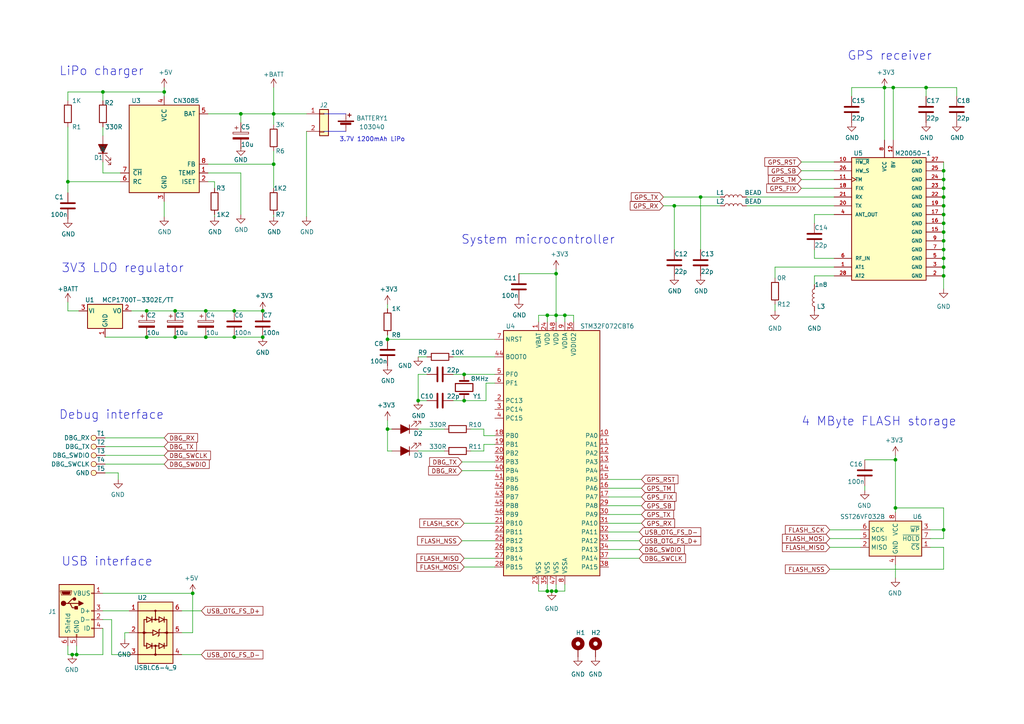
<source format=kicad_sch>
(kicad_sch (version 20230121) (generator eeschema)
  (paper "A4")
  (title_block (title "GPSRecorder") (date "2023-11-29") (rev "A") (company "SDL"))
  (junction (at 76.2 97.79))
  (junction (at 273.685 52.07))
  (junction (at 20.955 189.865))
  (junction (at 55.88 172.085))
  (junction (at 273.685 62.23))
  (junction (at 50.8 90.17))
  (junction (at 79.375 33.02))
  (junction (at 158.75 91.44))
  (junction (at 273.685 57.15))
  (junction (at 268.605 25.4))
  (junction (at 273.685 54.61))
  (junction (at 22.225 189.865))
  (junction (at 79.375 47.625))
  (junction (at 158.75 171.45))
  (junction (at 273.685 69.85))
  (junction (at 69.85 33.02))
  (junction (at 273.685 67.31))
  (junction (at 203.2 57.15))
  (junction (at 67.945 90.17))
  (junction (at 42.545 97.79))
  (junction (at 273.685 59.69))
  (junction (at 273.685 153.67))
  (junction (at 50.8 97.79))
  (junction (at 134.62 108.585))
  (junction (at 59.69 90.17))
  (junction (at 29.845 26.67))
  (junction (at 42.545 90.17))
  (junction (at 273.685 64.77))
  (junction (at 67.945 97.79))
  (junction (at 273.685 72.39))
  (junction (at 273.685 80.01))
  (junction (at 163.83 91.44))
  (junction (at 59.69 97.79))
  (junction (at 161.29 171.45))
  (junction (at 160.02 171.45))
  (junction (at 161.29 91.44))
  (junction (at 76.2 90.17))
  (junction (at 256.54 25.4))
  (junction (at 112.395 98.425))
  (junction (at 161.29 79.375))
  (junction (at 134.62 116.205))
  (junction (at 259.715 147.32))
  (junction (at 259.715 133.35))
  (junction (at 259.08 25.4))
  (junction (at 273.685 77.47))
  (junction (at 19.685 52.705))
  (junction (at 273.685 49.53))
  (junction (at 273.685 74.93))
  (junction (at 47.625 26.67))
  (junction (at 112.395 124.46))
  (junction (at 121.285 116.205))
  (junction (at 195.58 59.69))
  (wire (pts (xy 22.225 187.325) (xy 22.225 189.865)))
  (wire (pts (xy 241.935 57.15) (xy 216.535 57.15)))
  (wire (pts (xy 47.625 26.67) (xy 47.625 25.4)))
  (wire (pts (xy 156.21 171.45) (xy 158.75 171.45)))
  (wire (pts (xy 232.41 54.61) (xy 241.935 54.61)))
  (wire (pts (xy 32.385 189.865) (xy 37.465 189.865)))
  (wire (pts (xy 22.225 189.865) (xy 20.955 189.865)))
  (wire (pts (xy 192.405 59.69) (xy 195.58 59.69)))
  (wire (pts (xy 30.48 132.08) (xy 47.625 132.08)))
  (wire (pts (xy 156.21 93.345) (xy 156.21 91.44)))
  (wire (pts (xy 273.685 54.61) (xy 273.685 57.15)))
  (wire (pts (xy 273.685 57.15) (xy 273.685 59.69)))
  (wire (pts (xy 186.055 144.145) (xy 176.53 144.145)))
  (wire (pts (xy 133.985 133.985) (xy 143.51 133.985)))
  (wire (pts (xy 256.54 25.4) (xy 247.015 25.4)))
  (wire (pts (xy 249.555 158.75) (xy 240.665 158.75)))
  (wire (pts (xy 29.845 50.165) (xy 34.925 50.165)))
  (wire (pts (xy 112.395 130.81) (xy 113.665 130.81)))
  (wire (pts (xy 273.685 72.39) (xy 273.685 74.93)))
  (wire (pts (xy 161.29 78.105) (xy 161.29 79.375)))
  (wire (pts (xy 30.48 97.79) (xy 42.545 97.79)))
  (wire (pts (xy 29.845 172.085) (xy 55.88 172.085)))
  (wire (pts (xy 134.62 108.585) (xy 131.445 108.585)))
  (wire (pts (xy 250.825 140.97) (xy 250.825 142.24)))
  (wire (pts (xy 273.685 153.67) (xy 273.685 147.32)))
  (wire (pts (xy 34.925 52.705) (xy 19.685 52.705)))
  (wire (pts (xy 161.29 171.45) (xy 163.83 171.45)))
  (wire (pts (xy 273.685 77.47) (xy 273.685 80.01)))
  (wire (pts (xy 259.715 147.32) (xy 259.715 148.59)))
  (wire (pts (xy 192.405 57.15) (xy 203.2 57.15)))
  (wire (pts (xy 236.22 74.93) (xy 241.935 74.93)))
  (wire (pts (xy 256.54 40.64) (xy 256.54 25.4)))
  (wire (pts (xy 273.685 158.75) (xy 273.685 165.1)))
  (wire (pts (xy 236.22 62.23) (xy 236.22 64.77)))
  (wire (pts (xy 273.685 147.32) (xy 259.715 147.32)))
  (wire (pts (xy 256.54 25.4) (xy 259.08 25.4)))
  (wire (pts (xy 259.715 163.83) (xy 259.715 167.64)))
  (wire (pts (xy 131.445 116.205) (xy 134.62 116.205)))
  (wire (pts (xy 134.62 108.585) (xy 143.51 108.585)))
  (wire (pts (xy 60.325 33.02) (xy 69.85 33.02)))
  (wire (pts (xy 37.465 183.515) (xy 36.195 183.515)))
  (wire (pts (xy 36.195 183.515) (xy 36.195 185.42)))
  (wire (pts (xy 268.605 25.4) (xy 268.605 27.94)))
  (wire (pts (xy 20.955 189.865) (xy 19.685 189.865)))
  (wire (pts (xy 52.705 177.165) (xy 58.42 177.165)))
  (wire (pts (xy 123.825 108.585) (xy 121.285 108.585)))
  (wire (pts (xy 269.875 156.21) (xy 273.685 156.21)))
  (wire (pts (xy 232.41 46.99) (xy 241.935 46.99)))
  (wire (pts (xy 247.015 25.4) (xy 247.015 27.94)))
  (wire (pts (xy 232.41 49.53) (xy 241.935 49.53)))
  (wire (pts (xy 19.685 55.88) (xy 19.685 52.705)))
  (wire (pts (xy 236.22 72.39) (xy 236.22 74.93)))
  (wire (pts (xy 121.285 116.205) (xy 123.825 116.205)))
  (wire (pts (xy 259.715 132.08) (xy 259.715 133.35)))
  (wire (pts (xy 19.685 189.865) (xy 19.685 187.325)))
  (wire (pts (xy 47.625 129.54) (xy 30.48 129.54)))
  (wire (pts (xy 176.53 159.385) (xy 185.42 159.385)))
  (wire (pts (xy 176.53 154.305) (xy 185.42 154.305)))
  (wire (pts (xy 277.495 25.4) (xy 277.495 27.94)))
  (wire (pts (xy 79.375 62.23) (xy 79.375 62.865)))
  (wire (pts (xy 224.79 77.47) (xy 241.935 77.47)))
  (wire (pts (xy 47.625 26.67) (xy 47.625 27.94)))
  (wire (pts (xy 224.79 80.645) (xy 224.79 77.47)))
  (wire (pts (xy 176.53 151.765) (xy 186.055 151.765)))
  (wire (pts (xy 121.285 124.46) (xy 128.905 124.46)))
  (wire (pts (xy 34.29 137.16) (xy 34.29 139.065)))
  (wire (pts (xy 176.53 161.925) (xy 185.42 161.925)))
  (wire (pts (xy 76.2 90.17) (xy 67.945 90.17)))
  (wire (pts (xy 121.285 130.81) (xy 128.905 130.81)))
  (wire (pts (xy 60.325 47.625) (xy 79.375 47.625)))
  (wire (pts (xy 69.85 33.02) (xy 79.375 33.02)))
  (wire (pts (xy 30.48 134.62) (xy 47.625 134.62)))
  (wire (pts (xy 30.48 137.16) (xy 34.29 137.16)))
  (wire (pts (xy 158.75 91.44) (xy 161.29 91.44)))
  (wire (pts (xy 19.685 26.67) (xy 29.845 26.67)))
  (wire (pts (xy 176.53 139.065) (xy 186.055 139.065)))
  (wire (pts (xy 240.665 165.1) (xy 273.685 165.1)))
  (wire (pts (xy 112.395 98.425) (xy 143.51 98.425)))
  (wire (pts (xy 29.845 50.165) (xy 29.845 46.99)))
  (wire (pts (xy 62.23 52.705) (xy 60.325 52.705)))
  (wire (pts (xy 236.22 82.55) (xy 236.22 80.01)))
  (wire (pts (xy 195.58 59.69) (xy 208.915 59.69)))
  (wire (pts (xy 52.705 183.515) (xy 55.88 183.515)))
  (wire (pts (xy 269.875 158.75) (xy 273.685 158.75)))
  (wire (pts (xy 59.69 90.17) (xy 67.945 90.17)))
  (wire (pts (xy 112.395 124.46) (xy 112.395 130.81)))
  (wire (pts (xy 140.97 111.125) (xy 140.97 116.205)))
  (wire (pts (xy 42.545 97.79) (xy 50.8 97.79)))
  (wire (pts (xy 203.2 57.15) (xy 203.2 72.39)))
  (wire (pts (xy 161.29 91.44) (xy 161.29 93.345)))
  (wire (pts (xy 19.685 26.67) (xy 19.685 29.21)))
  (wire (pts (xy 112.395 121.92) (xy 112.395 124.46)))
  (wire (pts (xy 69.85 50.165) (xy 69.85 62.23)))
  (wire (pts (xy 30.48 127) (xy 47.625 127)))
  (wire (pts (xy 176.53 141.605) (xy 186.055 141.605)))
  (wire (pts (xy 166.37 93.345) (xy 166.37 91.44)))
  (wire (pts (xy 273.685 59.69) (xy 273.685 62.23)))
  (wire (pts (xy 161.29 169.545) (xy 161.29 171.45)))
  (wire (pts (xy 166.37 91.44) (xy 163.83 91.44)))
  (wire (pts (xy 273.685 69.85) (xy 273.685 72.39)))
  (wire (pts (xy 140.335 126.365) (xy 143.51 126.365)))
  (wire (pts (xy 249.555 156.21) (xy 240.665 156.21)))
  (wire (pts (xy 140.335 128.905) (xy 140.335 130.81)))
  (wire (pts (xy 79.375 47.625) (xy 79.375 54.61)))
  (wire (pts (xy 158.75 91.44) (xy 158.75 93.345)))
  (wire (pts (xy 150.495 79.375) (xy 161.29 79.375)))
  (wire (pts (xy 232.41 52.07) (xy 241.935 52.07)))
  (wire (pts (xy 176.53 149.225) (xy 186.055 149.225)))
  (wire (pts (xy 259.08 40.64) (xy 259.08 25.4)))
  (wire (pts (xy 143.51 164.465) (xy 134.62 164.465)))
  (wire (pts (xy 250.825 133.35) (xy 259.715 133.35)))
  (wire (pts (xy 203.2 57.15) (xy 208.915 57.15)))
  (wire (pts (xy 121.285 103.505) (xy 123.825 103.505)))
  (polyline (pts (xy 93.98 33.02) (xy 100.33 33.02)))
  (wire (pts (xy 140.335 128.905) (xy 143.51 128.905)))
  (wire (pts (xy 273.685 49.53) (xy 273.685 52.07)))
  (wire (pts (xy 19.685 87.63) (xy 19.685 90.17)))
  (wire (pts (xy 19.685 90.17) (xy 22.86 90.17)))
  (wire (pts (xy 273.685 156.21) (xy 273.685 153.67)))
  (wire (pts (xy 161.29 91.44) (xy 163.83 91.44)))
  (wire (pts (xy 79.375 36.195) (xy 79.375 33.02)))
  (wire (pts (xy 50.8 90.17) (xy 59.69 90.17)))
  (wire (pts (xy 143.51 136.525) (xy 133.985 136.525)))
  (wire (pts (xy 273.685 46.99) (xy 273.685 49.53)))
  (wire (pts (xy 176.53 156.845) (xy 185.42 156.845)))
  (wire (pts (xy 79.375 43.815) (xy 79.375 47.625)))
  (wire (pts (xy 19.685 36.83) (xy 19.685 52.705)))
  (wire (pts (xy 160.02 171.45) (xy 161.29 171.45)))
  (wire (pts (xy 29.845 189.865) (xy 22.225 189.865)))
  (wire (pts (xy 143.51 161.925) (xy 134.62 161.925)))
  (wire (pts (xy 259.08 25.4) (xy 268.605 25.4)))
  (wire (pts (xy 112.395 88.265) (xy 112.395 89.535)))
  (wire (pts (xy 38.1 90.17) (xy 42.545 90.17)))
  (wire (pts (xy 134.62 151.765) (xy 143.51 151.765)))
  (wire (pts (xy 52.705 189.865) (xy 58.42 189.865)))
  (wire (pts (xy 140.335 124.46) (xy 140.335 126.365)))
  (wire (pts (xy 69.85 42.545) (xy 69.85 43.18)))
  (wire (pts (xy 55.88 183.515) (xy 55.88 172.085)))
  (polyline (pts (xy 93.98 38.1) (xy 100.33 38.1)))
  (wire (pts (xy 163.83 93.345) (xy 163.83 91.44)))
  (wire (pts (xy 224.79 88.265) (xy 224.79 90.17)))
  (wire (pts (xy 136.525 124.46) (xy 140.335 124.46)))
  (wire (pts (xy 62.23 52.705) (xy 62.23 54.61)))
  (wire (pts (xy 112.395 97.155) (xy 112.395 98.425)))
  (wire (pts (xy 273.685 153.67) (xy 269.875 153.67)))
  (wire (pts (xy 62.23 62.23) (xy 62.23 62.865)))
  (wire (pts (xy 143.51 156.845) (xy 133.985 156.845)))
  (wire (pts (xy 176.53 146.685) (xy 186.055 146.685)))
  (wire (pts (xy 32.385 179.705) (xy 32.385 189.865)))
  (wire (pts (xy 47.625 62.865) (xy 47.625 58.42)))
  (wire (pts (xy 140.97 111.125) (xy 143.51 111.125)))
  (wire (pts (xy 32.385 179.705) (xy 29.845 179.705)))
  (wire (pts (xy 50.8 97.79) (xy 59.69 97.79)))
  (wire (pts (xy 29.845 26.67) (xy 47.625 26.67)))
  (wire (pts (xy 216.535 59.69) (xy 241.935 59.69)))
  (wire (pts (xy 113.665 124.46) (xy 112.395 124.46)))
  (wire (pts (xy 158.75 169.545) (xy 158.75 171.45)))
  (wire (pts (xy 273.685 67.31) (xy 273.685 69.85)))
  (wire (pts (xy 161.29 79.375) (xy 161.29 91.44)))
  (wire (pts (xy 79.375 25.4) (xy 79.375 33.02)))
  (wire (pts (xy 236.22 62.23) (xy 241.935 62.23)))
  (wire (pts (xy 273.685 80.01) (xy 273.685 83.82)))
  (wire (pts (xy 268.605 25.4) (xy 277.495 25.4)))
  (wire (pts (xy 273.685 62.23) (xy 273.685 64.77)))
  (wire (pts (xy 131.445 103.505) (xy 143.51 103.505)))
  (wire (pts (xy 69.85 33.02) (xy 69.85 35.56)))
  (wire (pts (xy 240.665 153.67) (xy 249.555 153.67)))
  (wire (pts (xy 163.83 169.545) (xy 163.83 171.45)))
  (wire (pts (xy 79.375 33.02) (xy 88.9 33.02)))
  (wire (pts (xy 273.685 74.93) (xy 273.685 77.47)))
  (wire (pts (xy 273.685 52.07) (xy 273.685 54.61)))
  (wire (pts (xy 156.21 91.44) (xy 158.75 91.44)))
  (wire (pts (xy 42.545 90.17) (xy 50.8 90.17)))
  (wire (pts (xy 76.2 97.79) (xy 67.945 97.79)))
  (wire (pts (xy 29.845 182.245) (xy 29.845 189.865)))
  (wire (pts (xy 259.715 133.35) (xy 259.715 147.32)))
  (wire (pts (xy 158.75 171.45) (xy 160.02 171.45)))
  (wire (pts (xy 29.845 29.21) (xy 29.845 26.67)))
  (wire (pts (xy 156.21 169.545) (xy 156.21 171.45)))
  (wire (pts (xy 88.9 38.1) (xy 88.9 62.865)))
  (wire (pts (xy 134.62 116.205) (xy 140.97 116.205)))
  (wire (pts (xy 59.69 97.79) (xy 67.945 97.79)))
  (wire (pts (xy 140.335 130.81) (xy 136.525 130.81)))
  (wire (pts (xy 195.58 72.39) (xy 195.58 59.69)))
  (wire (pts (xy 37.465 177.165) (xy 29.845 177.165)))
  (wire (pts (xy 60.325 50.165) (xy 69.85 50.165)))
  (wire (pts (xy 121.285 108.585) (xy 121.285 116.205)))
  (wire (pts (xy 236.22 80.01) (xy 241.935 80.01)))
  (wire (pts (xy 273.685 64.77) (xy 273.685 67.31)))
  (wire (pts (xy 29.845 36.83) (xy 29.845 39.37)))
  (text "3V3 LDO regulator\n" (at 17.78 79.375 0) (effects (font (size 2.54 2.54)) (justify left bottom)))
  (text "LiPo charger" (at 17.145 22.225 0) (effects (font (size 2.54 2.54)) (justify left bottom)))
  (text "USB interface\n" (at 17.78 164.465 0) (effects (font (size 2.54 2.54)) (justify left bottom)))
  (text "4 MByte FLASH storage" (at 232.41 123.825 0) (effects (font (size 2.54 2.54)) (justify left bottom)))
  (text "System microcontroller\n" (at 178.435 71.12 0) (effects (font (size 2.54 2.54)) (justify right bottom)))
  (text "Debug interface" (at 47.625 121.92 0) (effects (font (size 2.54 2.54)) (justify right bottom)))
  (text "GPS receiver\n" (at 245.745 17.78 0) (effects (font (size 2.54 2.54)) (justify left bottom)))
  (text "3.7V 1200mAh LiPo" (at 98.425 41.275 0) (effects (font (size 1.27 1.27)) (justify left bottom)))
  (global_label "FLASH_MOSI" (shape input) (at 240.665 156.21 180) (property "Intersheetrefs" "${INTERSHEET_REFS}" (effects hide)))
  (global_label "GPS_SB" (shape input) (at 232.41 49.53 180) (property "Intersheetrefs" "${INTERSHEET_REFS}" (effects hide)))
  (global_label "DBG_SWDIO" (shape input) (at 185.42 159.385 0) (property "Intersheetrefs" "${INTERSHEET_REFS}" (effects hide)))
  (global_label "USB_OTG_FS_D+" (shape input) (at 58.42 177.165 0) (property "Intersheetrefs" "${INTERSHEET_REFS}" (effects hide)))
  (global_label "FLASH_MOSI" (shape input) (at 134.62 164.465 180) (property "Intersheetrefs" "${INTERSHEET_REFS}" (effects hide)))
  (global_label "DBG_TX" (shape input) (at 133.985 133.985 180) (property "Intersheetrefs" "${INTERSHEET_REFS}" (effects hide)))
  (global_label "DBG_SWCLK" (shape input) (at 185.42 161.925 0) (property "Intersheetrefs" "${INTERSHEET_REFS}" (effects hide)))
  (global_label "FLASH_NSS" (shape input) (at 240.665 165.1 180) (property "Intersheetrefs" "${INTERSHEET_REFS}" (effects hide)))
  (global_label "FLASH_NSS" (shape input) (at 133.985 156.845 180) (property "Intersheetrefs" "${INTERSHEET_REFS}" (effects hide)))
  (global_label "GPS_RST" (shape input) (at 232.41 46.99 180) (property "Intersheetrefs" "${INTERSHEET_REFS}" (effects hide)))
  (global_label "GPS_RST" (shape input) (at 186.055 139.065 0) (property "Intersheetrefs" "${INTERSHEET_REFS}" (effects hide)))
  (global_label "DBG_RX" (shape input) (at 47.625 127 0) (property "Intersheetrefs" "${INTERSHEET_REFS}" (effects hide)))
  (global_label "GPS_SB" (shape input) (at 186.055 146.685 0) (property "Intersheetrefs" "${INTERSHEET_REFS}" (effects hide)))
  (global_label "DBG_SWDIO" (shape input) (at 47.625 134.62 0) (property "Intersheetrefs" "${INTERSHEET_REFS}" (effects hide)))
  (global_label "DBG_SWCLK" (shape input) (at 47.625 132.08 0) (property "Intersheetrefs" "${INTERSHEET_REFS}" (effects hide)))
  (global_label "FLASH_MISO" (shape input) (at 240.665 158.75 180) (property "Intersheetrefs" "${INTERSHEET_REFS}" (effects hide)))
  (global_label "GPS_TX" (shape input) (at 186.055 149.225 0) (property "Intersheetrefs" "${INTERSHEET_REFS}" (effects hide)))
  (global_label "GPS_TX" (shape input) (at 192.405 57.15 180) (property "Intersheetrefs" "${INTERSHEET_REFS}" (effects hide)))
  (global_label "USB_OTG_FS_D-" (shape input) (at 185.42 154.305 0) (property "Intersheetrefs" "${INTERSHEET_REFS}" (effects hide)))
  (global_label "USB_OTG_FS_D-" (shape input) (at 58.42 189.865 0) (property "Intersheetrefs" "${INTERSHEET_REFS}" (effects hide)))
  (global_label "DBG_RX" (shape input) (at 133.985 136.525 180) (property "Intersheetrefs" "${INTERSHEET_REFS}" (effects hide)))
  (global_label "USB_OTG_FS_D+" (shape input) (at 185.42 156.845 0) (property "Intersheetrefs" "${INTERSHEET_REFS}" (effects hide)))
  (global_label "FLASH_SCK" (shape input) (at 240.665 153.67 180) (property "Intersheetrefs" "${INTERSHEET_REFS}" (effects hide)))
  (global_label "GPS_FIX" (shape input) (at 232.41 54.61 180) (property "Intersheetrefs" "${INTERSHEET_REFS}" (effects hide)))
  (global_label "FLASH_MISO" (shape input) (at 134.62 161.925 180) (property "Intersheetrefs" "${INTERSHEET_REFS}" (effects hide)))
  (global_label "GPS_RX" (shape input) (at 186.055 151.765 0) (property "Intersheetrefs" "${INTERSHEET_REFS}" (effects hide)))
  (global_label "GPS_TM" (shape input) (at 186.055 141.605 0) (property "Intersheetrefs" "${INTERSHEET_REFS}" (effects hide)))
  (global_label "DBG_TX" (shape input) (at 47.625 129.54 0) (property "Intersheetrefs" "${INTERSHEET_REFS}" (effects hide)))
  (global_label "FLASH_SCK" (shape input) (at 134.62 151.765 180) (property "Intersheetrefs" "${INTERSHEET_REFS}" (effects hide)))
  (global_label "GPS_RX" (shape input) (at 192.405 59.69 180) (property "Intersheetrefs" "${INTERSHEET_REFS}" (effects hide)))
  (global_label "GPS_FIX" (shape input) (at 186.055 144.145 0) (property "Intersheetrefs" "${INTERSHEET_REFS}" (effects hide)))
  (global_label "GPS_TM" (shape input) (at 232.41 52.07 180) (property "Intersheetrefs" "${INTERSHEET_REFS}" (effects hide)))
  (symbol (lib_id "power:GND") (at 224.79 90.17 0) (unit 1)
    (property "Reference" "#PWR029" (effects hide))
    (property "Value" "GND" (at 224.79 95.25 0))
  )
  (symbol (lib_name "TestPoint_1") (lib_id "Connector:TestPoint") (at 30.48 127 90) (unit 1)
    (property "Reference" "T1" (at 30.48 125.73 90) (effects (justify left)))
    (property "Value" "DBG_RX" (at 26.035 127 90) (effects (justify left)))
    (property "Footprint" "TestPoint:TestPoint_Pad_D2.0mm" (effects hide))
  )
  (symbol (lib_id "power:GND") (at 62.23 62.865 0) (unit 1)
    (property "Reference" "#PWR09" (effects hide))
    (property "Value" "GND" (at 62.357 67.2592 0))
  )
  (symbol (lib_id "Device:C") (at 76.2 93.98 0) (unit 1)
    (property "Reference" "C7" (at 76.2 91.44 0) (effects (justify left)))
    (property "Value" "100n" (at 76.2 96.52 0) (effects (justify left)))
    (property "Footprint" "Capacitor_SMD:C_0603_1608Metric" (effects hide))
  )
  (symbol (lib_id "base-rescue:R-Device") (at 19.685 33.02 0) (mirror y) (unit 1)
    (property "Reference" "R1" (at 22.225 36.83 0))
    (property "Value" "1K" (at 22.225 29.21 0))
    (property "Footprint" "Resistor_SMD:R_0603_1608Metric" (effects hide))
    (property "Manufacturer" "TE Connectivity" (effects hide))
    (property "PartNo" "CRG0603F1K" (effects hide))
    (property "dis_rs" "213-2266" (effects hide))
    (property "Fit" "Y" (effects hide))
    (property "or equivalent" "Y" (effects hide))
    (property "budget" "0.003" (effects hide))
    (property "Fit " "Y" (effects hide))
  )
  (symbol (lib_id "base-rescue:GND-power") (at 121.285 116.205 0) (unit 1)
    (property "Reference" "#PWR020" (effects hide))
    (property "Value" "GND" (at 121.412 120.5992 0))
  )
  (symbol (lib_id "base-rescue:C-Device") (at 250.825 137.16 0) (mirror x) (unit 1)
    (property "Reference" "C16" (at 248.285 134.62 0))
    (property "Value" "100n" (at 248.285 139.7 0))
    (property "Footprint" "Capacitor_SMD:C_0603_1608Metric" (effects hide))
    (property "Voltage" "50V" (effects hide))
    (property "Fit" "Y" (effects hide))
    (property "Dielectric" "MLCC" (effects hide))
    (property "Manufacturer" "Kemet" (effects hide))
    (property "PartNo" "C0603C104K4RACTU" (effects hide))
    (property "dis_rs" "173-2202" (effects hide))
    (property "or equivalent" "Y" (effects hide))
    (property "budget" "0.05" (effects hide))
    (property "Fit " "Y" (effects hide))
  )
  (symbol (lib_id "power:+5V") (at 55.88 172.085 0) (mirror y) (unit 1)
    (property "Reference" "#PWR08" (effects hide))
    (property "Value" "+5V" (at 55.499 167.6908 0))
  )
  (symbol (lib_id "power:GND") (at 76.2 97.79 0) (unit 1)
    (property "Reference" "#PWR014" (effects hide))
    (property "Value" "GND" (at 76.2 102.2334 0))
  )
  (symbol (lib_id "base-rescue:C-Device") (at 236.22 68.58 0) (unit 1)
    (property "Reference" "C14" (at 236.22 66.04 0) (effects (justify left)))
    (property "Value" "22p" (at 236.22 71.12 0) (effects (justify left)))
    (property "Footprint" "Capacitor_SMD:C_0603_1608Metric" (effects hide))
    (property "Voltage" "50V" (effects hide))
    (property "Fit" "Y" (effects hide))
    (property "Dielectric" "MLCC" (effects hide))
    (property "PartNo" "C0603C101J5GACTU" (effects hide))
    (property "Manufacturer" "Kemet" (effects hide))
    (property "dis_rs" "264-4523" (effects hide))
    (property "or equivalent" "Y" (effects hide))
    (property "Fit " "Y" (effects hide))
    (property "budget" "0.03" (effects hide))
  )
  (symbol (lib_id "base-rescue:GND-power") (at 34.29 139.065 0) (mirror y) (unit 1)
    (property "Reference" "#PWR05" (effects hide))
    (property "Value" "GND" (at 34.163 143.4592 0))
  )
  (symbol (lib_id "base-rescue:C-Device") (at 247.015 31.75 0) (unit 1)
    (property "Reference" "C15" (at 247.015 29.21 0) (effects (justify left)))
    (property "Value" "22p" (at 247.015 34.29 0) (effects (justify left)))
    (property "Footprint" "Capacitor_SMD:C_0603_1608Metric" (effects hide))
    (property "Voltage" "50V" (effects hide))
    (property "Fit" "Y" (effects hide))
    (property "Dielectric" "MLCC" (effects hide))
    (property "PartNo" "C0603C101J5GACTU" (effects hide))
    (property "Manufacturer" "Kemet" (effects hide))
    (property "dis_rs" "264-4523" (effects hide))
    (property "or equivalent" "Y" (effects hide))
    (property "Fit " "Y" (effects hide))
    (property "budget" "0.03" (effects hide))
  )
  (symbol (lib_id "base-rescue:R-Device") (at 79.375 40.005 0) (mirror y) (unit 1)
    (property "Reference" "R6" (at 81.28 43.815 0))
    (property "Value" "3K" (at 81.28 36.195 0))
    (property "Footprint" "Resistor_SMD:R_0603_1608Metric" (effects hide))
    (property "Manufacturer" "TE Connectivity" (effects hide))
    (property "PartNo" "CRG0603F1K" (effects hide))
    (property "dis_rs" "213-2266" (effects hide))
    (property "Fit" "Y" (effects hide))
    (property "or equivalent" "Y" (effects hide))
    (property "budget" "0.003" (effects hide))
    (property "Fit " "Y" (effects hide))
  )
  (symbol (lib_id "Device:C_Polarized") (at 50.8 93.98 0) (unit 1)
    (property "Reference" "C3" (at 50.8 91.44 0) (effects (justify left)))
    (property "Value" "10u" (at 50.8 96.52 0) (effects (justify left)))
    (property "Footprint" "Capacitor_Tantalum_SMD:CP_EIA-3216-10_Kemet-I" (effects hide))
  )
  (symbol (lib_id "power:GND") (at 236.22 90.17 0) (unit 1)
    (property "Reference" "#PWR030" (effects hide))
    (property "Value" "GND" (at 236.22 95.25 0))
  )
  (symbol (lib_id "base-rescue:R-Device") (at 112.395 93.345 0) (mirror y) (unit 1)
    (property "Reference" "R8" (at 114.935 97.155 0))
    (property "Value" "1K" (at 114.935 89.535 0))
    (property "Footprint" "Resistor_SMD:R_0603_1608Metric" (effects hide))
    (property "Manufacturer" "TE Connectivity" (effects hide))
    (property "PartNo" "CRG0603F1K" (effects hide))
    (property "dis_rs" "213-2266" (effects hide))
    (property "Fit" "Y" (effects hide))
    (property "or equivalent" "Y" (effects hide))
    (property "budget" "0.003" (effects hide))
    (property "Fit " "Y" (effects hide))
  )
  (symbol (lib_id "base-rescue:GND-power") (at 121.285 103.505 0) (unit 1)
    (property "Reference" "#PWR019" (effects hide))
    (property "Value" "GND" (at 117.475 106.045 0))
  )
  (symbol (lib_id "power:GND") (at 167.64 190.5 0) (unit 1)
    (property "Reference" "#PWR024" (effects hide))
    (property "Value" "GND" (at 167.64 195.58 0))
  )
  (symbol (lib_name "TestPoint_1") (lib_id "Connector:TestPoint") (at 30.48 134.62 90) (unit 1)
    (property "Reference" "T4" (at 30.48 133.35 90) (effects (justify left)))
    (property "Value" "DBG_SWCLK" (at 26.035 134.62 90) (effects (justify left)))
    (property "Footprint" "TestPoint:TestPoint_Pad_D2.0mm" (effects hide))
  )
  (symbol (lib_id "power:GND") (at 273.685 83.82 0) (unit 1)
    (property "Reference" "#PWR037" (effects hide))
    (property "Value" "GND" (at 273.685 88.9 0))
  )
  (symbol (lib_id "base-rescue:GND-power") (at 259.715 167.64 0) (mirror y) (unit 1)
    (property "Reference" "#PWR035" (effects hide))
    (property "Value" "GND" (at 259.588 172.0342 0))
  )
  (symbol (lib_id "base-rescue:C-Device") (at 127.635 108.585 270) (unit 1)
    (property "Reference" "C9" (at 123.825 107.315 90))
    (property "Value" "22p" (at 131.445 107.315 90))
    (property "Footprint" "Capacitor_SMD:C_0603_1608Metric" (effects hide))
    (property "Voltage" "50V" (effects hide))
    (property "Dielectric" "MLCC" (effects hide))
    (property "PartNo" "C0603C220J5GACTU" (effects hide))
    (property "Fit" "Y" (effects hide))
    (property "Manufacturer" "Kemet" (effects hide))
    (property "dis_rs" "264-4501" (effects hide))
    (property "or equivalent" "Y" (effects hide))
    (property "budget" "0.08" (effects hide))
    (property "Fit " "Y" (effects hide))
  )
  (symbol (lib_name "TestPoint_1") (lib_id "Connector:TestPoint") (at 30.48 137.16 90) (unit 1)
    (property "Reference" "T5" (at 30.48 135.89 90) (effects (justify left)))
    (property "Value" "GND" (at 26.035 137.16 90) (effects (justify left)))
    (property "Footprint" "TestPoint:TestPoint_Pad_D2.0mm" (effects hide))
  )
  (symbol (lib_id "base-rescue:GND-power") (at 19.685 63.5 0) (unit 1)
    (property "Reference" "#PWR01" (effects hide))
    (property "Value" "GND" (at 19.812 67.8942 0))
  )
  (symbol (lib_id "Device:LED_ALT") (at 29.845 43.18 90) (unit 1)
    (property "Reference" "D1" (at 28.575 45.72 90))
    (property "Value" "LTST-C190KRKT" (effects hide))
    (property "Footprint" "LED_SMD:LED_0603_1608Metric" (effects hide))
    (property "Manufacturer" "Any" (effects hide))
    (property "package" "0603" (effects hide))
  )
  (symbol (lib_id "base-rescue:+3V3-power") (at 112.395 121.92 0) (mirror y) (unit 1)
    (property "Reference" "#PWR026" (effects hide))
    (property "Value" "+3V3" (at 112.014 117.5258 0))
  )
  (symbol (lib_id "base-rescue:C-Device") (at 150.495 83.185 180) (unit 1)
    (property "Reference" "C11" (at 147.955 80.645 0))
    (property "Value" "100n" (at 147.955 85.725 0))
    (property "Footprint" "Capacitor_SMD:C_0603_1608Metric" (effects hide))
    (property "Voltage" "50V" (effects hide))
    (property "Dielectric" "MLCC" (effects hide))
    (property "PartNo" "C0603C104K4RACTU" (effects hide))
    (property "Fit" "Y" (effects hide))
    (property "Manufacturer" "Kemet" (effects hide))
    (property "dis_rs" "173-2202" (effects hide))
    (property "or equivalent" "Y" (effects hide))
    (property "budget" "0.05" (effects hide))
    (property "Fit " "Y" (effects hide))
  )
  (symbol (lib_id "base-rescue:C-Device") (at 19.685 59.69 180) (unit 1)
    (property "Reference" "C1" (at 17.145 57.15 0))
    (property "Value" "100n" (at 17.145 62.23 0))
    (property "Footprint" "Capacitor_SMD:C_0603_1608Metric" (effects hide))
    (property "Voltage" "50V" (effects hide))
    (property "Dielectric" "MLCC" (effects hide))
    (property "PartNo" "C0603C104K4RACTU" (effects hide))
    (property "Fit" "Y" (effects hide))
    (property "Manufacturer" "Kemet" (effects hide))
    (property "dis_rs" "173-2202" (effects hide))
    (property "or equivalent" "Y" (effects hide))
    (property "budget" "0.05" (effects hide))
    (property "Fit " "Y" (effects hide))
  )
  (symbol (lib_id "base-rescue:GND-power") (at 203.2 80.01 0) (unit 1)
    (property "Reference" "#PWR028" (effects hide))
    (property "Value" "GND" (at 203.327 84.4042 0))
  )
  (symbol (lib_id "base-rescue:R-Device") (at 127.635 103.505 270) (mirror x) (unit 1)
    (property "Reference" "R9" (at 122.555 102.235 90))
    (property "Value" "10K" (at 132.715 102.235 90))
    (property "Footprint" "Resistor_SMD:R_0603_1608Metric" (effects hide))
    (property "Manufacturer" "TE Connectivity" (effects hide))
    (property "PartNo" "CRG0603F10K" (effects hide))
    (property "dis_rs" "125-1173" (effects hide))
    (property "Fit" "Y" (effects hide))
    (property "or equivalent" "Y" (effects hide))
    (property "budget" "0.003" (effects hide))
    (property "Fit " "Y" (effects hide))
  )
  (symbol (lib_id "Device:C_Polarized") (at 69.85 39.37 0) (unit 1)
    (property "Reference" "C5" (at 69.85 36.83 0) (effects (justify left)))
    (property "Value" "10u" (at 69.85 41.91 0) (effects (justify left)))
    (property "Footprint" "Capacitor_Tantalum_SMD:CP_EIA-3216-10_Kemet-I" (effects hide))
  )
  (symbol (lib_name "TestPoint_1") (lib_id "Connector:TestPoint") (at 30.48 132.08 90) (unit 1)
    (property "Reference" "T3" (at 30.48 130.81 90) (effects (justify left)))
    (property "Value" "DBG_SWDIO" (at 26.035 132.08 90) (effects (justify left)))
    (property "Footprint" "TestPoint:TestPoint_Pad_D2.0mm" (effects hide))
  )
  (symbol (lib_id "Device:R") (at 29.845 33.02 180) (unit 1)
    (property "Reference" "R2" (at 33.02 29.845 0) (effects (justify left)))
    (property "Value" "330R" (at 35.56 36.83 0) (effects (justify left)))
    (property "Footprint" "Resistor_SMD:R_0603_1608Metric" (effects hide))
    (property "package" "0603" (effects hide))
    (property "Manufacturer" "Any" (effects hide))
  )
  (symbol (lib_id "GeoLoc:CN3085") (at 47.625 43.18 0) (unit 1)
    (property "Reference" "U3" (at 38.1 29.21 0) (effects (justify left)))
    (property "Value" "CN3085" (at 50.165 29.21 0) (effects (justify left)))
    (property "Footprint" "Package_SO:SOIC-8-1EP_3.9x4.9mm_P1.27mm_EP2.29x3mm" (effects hide))
  )
  (symbol (lib_id "base-rescue:+3V3-power") (at 112.395 88.265 0) (unit 1)
    (property "Reference" "#PWR017" (effects hide))
    (property "Value" "+3V3" (at 112.776 83.8708 0))
  )
  (symbol (lib_id "base-rescue:C-Device") (at 195.58 76.2 0) (unit 1)
    (property "Reference" "C12" (at 195.58 73.66 0) (effects (justify left)))
    (property "Value" "22p" (at 195.58 78.74 0) (effects (justify left)))
    (property "Footprint" "Capacitor_SMD:C_0603_1608Metric" (effects hide))
    (property "Voltage" "50V" (effects hide))
    (property "Fit" "Y" (effects hide))
    (property "Dielectric" "MLCC" (effects hide))
    (property "PartNo" "C0603C101J5GACTU" (effects hide))
    (property "Manufacturer" "Kemet" (effects hide))
    (property "dis_rs" "264-4523" (effects hide))
    (property "or equivalent" "Y" (effects hide))
    (property "Fit " "Y" (effects hide))
    (property "budget" "0.03" (effects hide))
  )
  (symbol (lib_id "base-rescue:+3V3-power") (at 76.2 90.17 0) (unit 1)
    (property "Reference" "#PWR013" (effects hide))
    (property "Value" "+3V3" (at 76.581 85.7758 0))
  )
  (symbol (lib_id "base-rescue:+3V3-power") (at 161.29 78.105 0) (unit 1)
    (property "Reference" "#PWR023" (effects hide))
    (property "Value" "+3V3" (at 162.306 73.7108 0))
  )
  (symbol (lib_id "base-rescue:GND-power") (at 20.955 189.865 0) (mirror y) (unit 1)
    (property "Reference" "#PWR03" (effects hide))
    (property "Value" "GND" (at 20.828 194.2592 0))
  )
  (symbol (lib_id "base-rescue:R-Device") (at 224.79 84.455 0) (mirror y) (unit 1)
    (property "Reference" "R12" (at 227.33 88.265 0))
    (property "Value" "0R" (at 226.695 80.645 0))
    (property "Footprint" "Resistor_SMD:R_0603_1608Metric" (effects hide))
    (property "Manufacturer" "TE Connectivity" (effects hide))
    (property "PartNo" "CRG0603F10K" (effects hide))
    (property "dis_rs" "125-1173" (effects hide))
    (property "Fit" "Y" (effects hide))
    (property "or equivalent" "Y" (effects hide))
    (property "budget" "0.003" (effects hide))
    (property "Fit " "Y" (effects hide))
  )
  (symbol (lib_id "base-rescue:C-Device") (at 112.395 102.235 180) (unit 1)
    (property "Reference" "C8" (at 109.855 99.695 0))
    (property "Value" "100n" (at 109.855 104.775 0))
    (property "Footprint" "Capacitor_SMD:C_0603_1608Metric" (effects hide))
    (property "Voltage" "50V" (effects hide))
    (property "Dielectric" "MLCC" (effects hide))
    (property "PartNo" "C0603C104K4RACTU" (effects hide))
    (property "Fit" "Y" (effects hide))
    (property "Manufacturer" "Kemet" (effects hide))
    (property "dis_rs" "173-2202" (effects hide))
    (property "or equivalent" "Y" (effects hide))
    (property "budget" "0.05" (effects hide))
    (property "Fit " "Y" (effects hide))
  )
  (symbol (lib_id "base-rescue:C-Device") (at 127.635 116.205 270) (unit 1)
    (property "Reference" "C10" (at 123.825 114.935 90))
    (property "Value" "22p" (at 131.445 114.935 90))
    (property "Footprint" "Capacitor_SMD:C_0603_1608Metric" (effects hide))
    (property "Voltage" "50V" (effects hide))
    (property "Dielectric" "MLCC" (effects hide))
    (property "PartNo" "C0603C220J5GACTU" (effects hide))
    (property "Fit" "Y" (effects hide))
    (property "Manufacturer" "Kemet" (effects hide))
    (property "dis_rs" "264-4501" (effects hide))
    (property "or equivalent" "Y" (effects hide))
    (property "budget" "0.08" (effects hide))
    (property "Fit " "Y" (effects hide))
  )
  (symbol (lib_id "power:GND") (at 160.02 171.45 0) (unit 1)
    (property "Reference" "#PWR022" (effects hide))
    (property "Value" "GND" (at 160.02 176.53 0))
  )
  (symbol (lib_id "Device:C_Polarized") (at 42.545 93.98 0) (unit 1)
    (property "Reference" "C2" (at 42.545 91.44 0) (effects (justify left)))
    (property "Value" "10u" (at 42.545 96.52 0) (effects (justify left)))
    (property "Footprint" "Capacitor_Tantalum_SMD:CP_EIA-3216-10_Kemet-I" (effects hide))
  )
  (symbol (lib_id "MCU_ST_STM32F0:STM32F072CBTx") (at 161.29 131.445 0) (unit 1)
    (property "Reference" "U4" (at 146.685 94.615 0) (effects (justify left)))
    (property "Value" "STM32F072CBT6" (at 168.275 94.615 0) (effects (justify left)))
    (property "Footprint" "Package_QFP:LQFP-48_7x7mm_P0.5mm" (effects hide))
    (property "Datasheet" "http://www.st.com/st-web-ui/static/active/en/resource/technical/document/datasheet/DM00090510.pdf" (effects hide))
  )
  (symbol (lib_id "Mechanical:MountingHole_Pad") (at 172.72 187.96 0) (unit 1)
    (property "Reference" "H2" (at 171.45 183.515 0) (effects (justify left)))
    (property "Value" "MountingHole_Pad" (effects hide))
    (property "Footprint" "MountingHole:MountingHole_2.2mm_M2_Pad" (effects hide))
  )
  (symbol (lib_id "ihd-rescue:USB_OTG-Connector") (at 22.225 177.165 0) (unit 1)
    (property "Reference" "J1" (at 16.383 177.3936 0) (effects (justify right)))
    (property "Value" "USB_OTG" (effects hide))
    (property "Footprint" "Connector_USB:USB_Micro-B_Molex_47346-0001" (effects hide))
    (property "Manufacturer" "Molex" (effects hide))
    (property "PartNo" "105133-0011" (effects hide))
    (property "dis_rs" "896-7572" (effects hide))
    (property "Fit" "Y" (effects hide))
    (property "Fit " "Y" (effects hide))
    (property "budget" "1.2" (effects hide))
    (property "or equivalent" "Y" (effects hide))
  )
  (symbol (lib_id "base-rescue:GND-power") (at 250.825 142.24 0) (mirror y) (unit 1)
    (property "Reference" "#PWR032" (effects hide))
    (property "Value" "GND" (at 250.698 146.6342 0))
  )
  (symbol (lib_id "Mechanical:MountingHole_Pad") (at 167.64 187.96 0) (unit 1)
    (property "Reference" "H1" (at 167.005 183.515 0) (effects (justify left)))
    (property "Value" "MountingHole_Pad" (effects hide))
    (property "Footprint" "MountingHole:MountingHole_2.2mm_M2_Pad" (effects hide))
  )
  (symbol (lib_id "power:+BATT") (at 79.375 25.4 0) (unit 1)
    (property "Reference" "#PWR011" (effects hide))
    (property "Value" "+BATT" (at 79.375 21.59 0))
  )
  (symbol (lib_id "power:GND") (at 88.9 62.865 0) (unit 1)
    (property "Reference" "#PWR016" (effects hide))
    (property "Value" "GND" (at 89.027 67.2592 0))
  )
  (symbol (lib_id "power:GND") (at 172.72 190.5 0) (unit 1)
    (property "Reference" "#PWR025" (effects hide))
    (property "Value" "GND" (at 172.72 195.58 0))
  )
  (symbol (lib_id "base-rescue:C-Device") (at 203.2 76.2 0) (unit 1)
    (property "Reference" "C13" (at 203.2 73.66 0) (effects (justify left)))
    (property "Value" "22p" (at 203.2 78.74 0) (effects (justify left)))
    (property "Footprint" "Capacitor_SMD:C_0603_1608Metric" (effects hide))
    (property "Voltage" "50V" (effects hide))
    (property "Fit" "Y" (effects hide))
    (property "Dielectric" "MLCC" (effects hide))
    (property "PartNo" "C0603C101J5GACTU" (effects hide))
    (property "Manufacturer" "Kemet" (effects hide))
    (property "dis_rs" "264-4523" (effects hide))
    (property "or equivalent" "Y" (effects hide))
    (property "Fit " "Y" (effects hide))
    (property "budget" "0.03" (effects hide))
  )
  (symbol (lib_id "base-rescue:LED_ALT-Device") (at 117.475 130.81 180) (unit 1)
    (property "Reference" "D3" (at 121.285 132.08 0))
    (property "Value" "LED_RED" (effects hide))
    (property "Footprint" "LED_SMD:LED_0603_1608Metric" (effects hide))
    (property "Datasheet" "https://docs-emea.rs-online.com/webdocs/08bd/0900766b808bd657.pdf" (effects hide))
    (property "Manufacturer" "Osram" (effects hide))
    (property "PartNo" " LS Q976" (effects hide))
    (property "dis_rs" "654-5420" (effects hide))
    (property "Fit" "Y" (effects hide))
    (property "Fit " "Y" (effects hide))
    (property "budget" "0.10" (effects hide))
    (property "or equivalent" "N" (effects hide))
  )
  (symbol (lib_id "power:+5V") (at 47.625 25.4 0) (unit 1)
    (property "Reference" "#PWR06" (effects hide))
    (property "Value" "+5V" (at 48.006 21.0058 0))
  )
  (symbol (lib_id "base-rescue:C-Device") (at 277.495 31.75 0) (unit 1)
    (property "Reference" "C18" (at 277.495 29.21 0) (effects (justify left)))
    (property "Value" "22p" (at 277.495 34.29 0) (effects (justify left)))
    (property "Footprint" "Capacitor_SMD:C_0603_1608Metric" (effects hide))
    (property "Voltage" "50V" (effects hide))
    (property "Fit" "Y" (effects hide))
    (property "Dielectric" "MLCC" (effects hide))
    (property "PartNo" "C0603C101J5GACTU" (effects hide))
    (property "Manufacturer" "Kemet" (effects hide))
    (property "dis_rs" "264-4523" (effects hide))
    (property "or equivalent" "Y" (effects hide))
    (property "Fit " "Y" (effects hide))
    (property "budget" "0.03" (effects hide))
  )
  (symbol (lib_id "power:GND") (at 79.375 62.865 0) (unit 1)
    (property "Reference" "#PWR015" (effects hide))
    (property "Value" "GND" (at 79.502 67.2592 0))
  )
  (symbol (lib_id "base-rescue:C-Device") (at 268.605 31.75 0) (unit 1)
    (property "Reference" "C17" (at 268.605 29.21 0) (effects (justify left)))
    (property "Value" "22p" (at 268.605 34.29 0) (effects (justify left)))
    (property "Footprint" "Capacitor_SMD:C_0603_1608Metric" (effects hide))
    (property "Voltage" "50V" (effects hide))
    (property "Fit" "Y" (effects hide))
    (property "Dielectric" "MLCC" (effects hide))
    (property "PartNo" "C0603C101J5GACTU" (effects hide))
    (property "Manufacturer" "Kemet" (effects hide))
    (property "dis_rs" "264-4523" (effects hide))
    (property "or equivalent" "Y" (effects hide))
    (property "Fit " "Y" (effects hide))
    (property "budget" "0.03" (effects hide))
  )
  (symbol (lib_id "lcd_tft:CR2032") (at 100.33 36.83 0) (unit 1)
    (property "Reference" "BATTERY1" (at 103.3272 34.29 0) (effects (justify left)))
    (property "Value" "103040 " (at 104.14 36.83 0) (effects (justify left)))
    (property "Footprint" "project_footprints:dummy" (effects hide))
    (property "Fit " "Y" (effects hide))
    (property "Manufacturer" "Murata" (effects hide))
    (property "PartNo" "97384022" (effects hide))
    (property "Voltage" "3" (effects hide))
    (property "budget" "0.57" (effects hide))
    (property "dis_rs" "186-3376" (effects hide))
    (property "or equivalent" "Y" (effects hide))
    (property "Safety" "Y" (effects hide))
  )
  (symbol (lib_id "base-rescue:GND-power") (at 112.395 106.045 0) (unit 1)
    (property "Reference" "#PWR018" (effects hide))
    (property "Value" "GND" (at 112.522 110.4392 0))
  )
  (symbol (lib_name "TestPoint_1") (lib_id "Connector:TestPoint") (at 30.48 129.54 90) (unit 1)
    (property "Reference" "T2" (at 30.48 128.27 90) (effects (justify left)))
    (property "Value" "DBG_TX" (at 26.035 129.54 90) (effects (justify left)))
    (property "Footprint" "TestPoint:TestPoint_Pad_D2.0mm" (effects hide))
  )
  (symbol (lib_id "base-rescue:GND-power") (at 247.015 35.56 0) (unit 1)
    (property "Reference" "#PWR031" (effects hide))
    (property "Value" "GND" (at 247.142 39.9542 0))
  )
  (symbol (lib_id "base-rescue:L-Device") (at 212.725 57.15 90) (unit 1)
    (property "Reference" "L1" (at 208.915 55.88 90))
    (property "Value" "BEAD" (at 218.44 55.88 90))
    (property "Footprint" "Inductor_SMD:L_0603_1608Metric" (effects hide))
    (property "Fit" "Y" (effects hide))
    (property "Manufacturer" "Murata" (effects hide))
    (property "PartNo" "LQW18AN2N2D00D" (effects hide))
    (property "dis_rs" "792-6495\r" (effects hide))
    (property "budget" "0.3" (effects hide))
    (property "or equivalent" "Y" (effects hide))
    (property "Fit " "Y" (effects hide))
  )
  (symbol (lib_id "base-rescue:R-Device") (at 132.715 130.81 270) (unit 1)
    (property "Reference" "R11" (at 137.795 129.54 90))
    (property "Value" "330R" (at 127 129.54 90))
    (property "Footprint" "Resistor_SMD:R_0603_1608Metric" (effects hide))
    (property "Manufacturer" "TE Connectivity" (effects hide))
    (property "Fit" "Y" (effects hide))
    (property "PartNo" "CRG0603F330R" (effects hide))
    (property "dis_rs" "164-8725" (effects hide))
    (property "budget" "0.003" (effects hide))
    (property "or equivalent" "Y" (effects hide))
    (property "Fit " "Y" (effects hide))
  )
  (symbol (lib_id "base-rescue:L-Device") (at 212.725 59.69 90) (unit 1)
    (property "Reference" "L2" (at 208.915 58.42 90))
    (property "Value" "BEAD" (at 218.44 58.42 90))
    (property "Footprint" "Inductor_SMD:L_0603_1608Metric" (effects hide))
    (property "Fit" "Y" (effects hide))
    (property "Manufacturer" "Murata" (effects hide))
    (property "PartNo" "LQW18AN2N2D00D" (effects hide))
    (property "dis_rs" "792-6495\r" (effects hide))
    (property "budget" "0.3" (effects hide))
    (property "or equivalent" "Y" (effects hide))
    (property "Fit " "Y" (effects hide))
  )
  (symbol (lib_id "base-rescue:+3V3-power") (at 256.54 25.4 0) (unit 1)
    (property "Reference" "#PWR033" (effects hide))
    (property "Value" "+3V3" (at 256.921 21.0058 0))
  )
  (symbol (lib_id "power:GND") (at 69.85 42.545 0) (unit 1)
    (property "Reference" "#PWR010" (effects hide))
    (property "Value" "GND" (at 69.85 46.355 0))
  )
  (symbol (lib_id "base-rescue:Crystal-Device") (at 134.62 112.395 270) (unit 1)
    (property "Reference" "Y1" (at 137.16 114.935 90) (effects (justify left)))
    (property "Value" "8MHz" (at 136.525 109.855 90) (effects (justify left)))
    (property "Footprint" "Crystal:Crystal_SMD_Abracon_ABM8AIG-4Pin_3.2x2.5mm" (effects hide))
    (property "Fit" "Y" (effects hide))
    (property "Manufacturer" "Abracon" (effects hide))
    (property "PartNo" "ABM8AIG-8.000MHZ-8-V1R-T" (effects hide))
  )
  (symbol (lib_id "Memory_EEPROM:AT25xxx") (at 259.715 156.21 0) (mirror y) (unit 1)
    (property "Reference" "U6" (at 266.065 149.86 0))
    (property "Value" "SST26VF032B" (at 250.19 149.86 0))
    (property "Footprint" "Package_SO:SOIC-8_5.275x5.275mm_P1.27mm" (effects hide))
    (property "Datasheet" "http://ww1.microchip.com/downloads/en/DeviceDoc/Atmel-8707-SEEPROM-AT25010B-020B-040B-Datasheet.pdf" (effects hide))
    (property "Manufacturer" "Microchip" (effects hide))
    (property "PartNo" "SST26VF032B-104I/SM" (effects hide))
    (property "dis_rs" "869-6173 " (effects hide))
    (property "Fit" "Y" (effects hide))
    (property "budget" "1.22" (effects hide))
    (property "or equivalent" "Y" (effects hide))
    (property "Fit " "Y" (effects hide))
  )
  (symbol (lib_id "base-rescue:GND-power") (at 150.495 86.995 0) (unit 1)
    (property "Reference" "#PWR021" (effects hide))
    (property "Value" "GND" (at 150.622 91.3892 0))
  )
  (symbol (lib_id "base-rescue:GND-power") (at 36.195 185.42 0) (mirror y) (unit 1)
    (property "Reference" "#PWR04" (effects hide))
    (property "Value" "GND" (at 36.068 189.8142 0))
  )
  (symbol (lib_id "base-rescue:GND-power") (at 195.58 80.01 0) (unit 1)
    (property "Reference" "#PWR027" (effects hide))
    (property "Value" "GND" (at 195.707 84.4042 0))
  )
  (symbol (lib_id "Connector_Generic:Conn_01x02") (at 93.98 33.02 0) (unit 1)
    (property "Reference" "J2" (at 92.71 30.48 0) (effects (justify left)))
    (property "Value" "Conn_01x02" (effects hide))
    (property "Footprint" "Connector_JST:JST_PH_B2B-PH-K_1x02_P2.00mm_Vertical" (effects hide))
  )
  (symbol (lib_id "base-rescue:+3V3-power") (at 259.715 132.08 0) (mirror y) (unit 1)
    (property "Reference" "#PWR034" (effects hide))
    (property "Value" "+3V3" (at 259.334 127.6858 0))
  )
  (symbol (lib_id "Regulator_Linear:MCP1700x-300xxTT") (at 30.48 90.17 0) (unit 1)
    (property "Reference" "U1" (at 26.035 86.995 0))
    (property "Value" "MCP1700T-3302E/TT" (at 40.005 86.995 0))
    (property "Footprint" "Package_TO_SOT_SMD:SOT-23" (effects hide))
    (property "Datasheet" "http://ww1.microchip.com/downloads/en/DeviceDoc/20001826D.pdf" (effects hide))
  )
  (symbol (lib_id "base-rescue:R-Device") (at 79.375 58.42 0) (mirror y) (unit 1)
    (property "Reference" "R7" (at 81.28 62.23 0))
    (property "Value" "1K2" (at 81.28 54.61 0))
    (property "Footprint" "Resistor_SMD:R_0603_1608Metric" (effects hide))
    (property "Manufacturer" "TE Connectivity" (effects hide))
    (property "PartNo" "CRG0603F1K" (effects hide))
    (property "dis_rs" "213-2266" (effects hide))
    (property "Fit" "Y" (effects hide))
    (property "or equivalent" "Y" (effects hide))
    (property "budget" "0.003" (effects hide))
    (property "Fit " "Y" (effects hide))
  )
  (symbol (lib_id "base-rescue:GND-power") (at 277.495 35.56 0) (unit 1)
    (property "Reference" "#PWR038" (effects hide))
    (property "Value" "GND" (at 277.622 39.9542 0))
  )
  (symbol (lib_id "M20050-1:M20050-1") (at 257.81 63.5 0) (unit 1)
    (property "Reference" "U5" (at 248.92 44.45 0))
    (property "Value" "M20050-1" (at 264.795 44.45 0))
    (property "Footprint" "project_footprints:XCVR_M20050-1" (effects hide))
    (property "SnapEDA_Link" "https://www.snapeda.com/parts/M20050-1/Antenova/view-part/?ref=snap" (effects hide))
    (property "MAXIMUM_PACKAGE_HEIGHT" "2.0 mm" (effects hide))
    (property "Package" "Module Antenova" (effects hide))
    (property "RS_Components_2231055P_Purchase_URL" "https://www.snapeda.com/api/url_track_click/https%253A//uk.rs-online.com/web/p/gnss-gps-modules/2231055p//%253Futm_campaign%253Dbuynow%2526utm_medium%253Daggregator%2526utm_source%253Dsnapeda%2526cm_mmc%253Daff-_-uk-_-snapeda-_-2231055P/?unipart_id=2617939&manufacturer=Antenova&part_name=M20050-1&search_term=m20050-1" (effects hide))
    (property "Check_prices" "https://www.snapeda.com/parts/M20050-1/Antenova/view-part/?ref=eda" (effects hide))
    (property "RS_Components_2231053_Purchase_URL" "https://www.snapeda.com/api/url_track_click/https%253A//uk.rs-online.com/web/p/gnss-gps-modules/2231053//%253Futm_campaign%253Dbuynow%2526utm_medium%253Daggregator%2526utm_source%253Dsnapeda%2526cm_mmc%253Daff-_-uk-_-snapeda-_-2231053/?unipart_id=2617939&manufacturer=Antenova&part_name=M20050-1&search_term=m20050-1" (effects hide))
    (property "STANDARD" "Manufacturer Recommendations" (effects hide))
    (property "PARTREV" "M20050-1-PS-2.01" (effects hide))
    (property "MF" "Antenova" (effects hide))
    (property "MP" "M20050-1" (effects hide))
    (property "Purchase-URL" "https://www.snapeda.com/api/url_track_click_mouser/?unipart_id=2617939&manufacturer=Antenova&part_name=M20050-1&search_term=m20050-1" (effects hide))
    (property "Description" "\nRADIONOVA® RF Receiver BeiDou, Galileo, GLONASS, GNSS, GPS 1.575GHz -165dBm On-Board, Trace Module\n" (effects hide))
    (property "RS_Components_2231055_Purchase_URL" "https://www.snapeda.com/api/url_track_click/https%253A//uk.rs-online.com/web/p/gnss-gps-modules/2231055//%253Futm_campaign%253Dbuynow%2526utm_medium%253Daggregator%2526utm_source%253Dsnapeda%2526cm_mmc%253Daff-_-uk-_-snapeda-_-2231055/?unipart_id=2617939&manufacturer=Antenova&part_name=M20050-1&search_term=m20050-1" (effects hide))
    (property "MANUFACTURER" "Antenova" (effects hide))
  )
  (symbol (lib_id "Device:R") (at 62.23 58.42 180) (unit 1)
    (property "Reference" "R3" (at 65.405 54.61 0) (effects (justify left)))
    (property "Value" "1K2" (at 66.675 62.23 0) (effects (justify left)))
    (property "Footprint" "Resistor_SMD:R_0603_1608Metric" (effects hide))
    (property "package" "0603" (effects hide))
    (property "Manufacturer" "Any" (effects hide))
  )
  (symbol (lib_id "LCD-TFT-rescue:USBLC6-4_9-lcd_tft") (at 45.085 183.515 0) (unit 1)
    (property "Reference" "U2" (at 41.275 173.355 0))
    (property "Value" "USBLC6-4_9" (at 45.085 193.675 0))
    (property "Footprint" "Package_TO_SOT_SMD:SOT-23-6" (effects hide))
    (property "Fit " "Y" (effects hide))
    (property "Manufacturer" "ST Microelectronics" (effects hide))
    (property "PartNo" "USBLC6-2SC6Y" (effects hide))
    (property "budget" "0.8" (effects hide))
    (property "dis_rs" "880-5525" (effects hide))
    (property "or equivalent" "N" (effects hide))
  )
  (symbol (lib_id "base-rescue:LED_ALT-Device") (at 117.475 124.46 180) (unit 1)
    (property "Reference" "D2" (at 121.285 125.73 0))
    (property "Value" "LED_RED" (effects hide))
    (property "Footprint" "LED_SMD:LED_0603_1608Metric" (effects hide))
    (property "Datasheet" "https://docs-emea.rs-online.com/webdocs/08bd/0900766b808bd657.pdf" (effects hide))
    (property "Manufacturer" "Osram" (effects hide))
    (property "PartNo" " LS Q976" (effects hide))
    (property "dis_rs" "654-5420" (effects hide))
    (property "Fit" "Y" (effects hide))
    (property "Fit " "Y" (effects hide))
    (property "budget" "0.10" (effects hide))
    (property "or equivalent" "N" (effects hide))
  )
  (symbol (lib_id "power:GND") (at 47.625 62.865 0) (unit 1)
    (property "Reference" "#PWR07" (effects hide))
    (property "Value" "GND" (at 47.752 67.2592 0))
  )
  (symbol (lib_id "base-rescue:GND-power") (at 268.605 35.56 0) (unit 1)
    (property "Reference" "#PWR036" (effects hide))
    (property "Value" "GND" (at 268.732 39.9542 0))
  )
  (symbol (lib_id "Device:C") (at 67.945 93.98 0) (unit 1)
    (property "Reference" "C6" (at 67.945 91.44 0) (effects (justify left)))
    (property "Value" "100n" (at 67.945 96.52 0) (effects (justify left)))
    (property "Footprint" "Capacitor_SMD:C_0603_1608Metric" (effects hide))
  )
  (symbol (lib_id "Device:C_Polarized") (at 59.69 93.98 0) (unit 1)
    (property "Reference" "C4" (at 59.69 91.44 0) (effects (justify left)))
    (property "Value" "10u" (at 59.69 96.52 0) (effects (justify left)))
    (property "Footprint" "Capacitor_Tantalum_SMD:CP_EIA-3216-10_Kemet-I" (effects hide))
  )
  (symbol (lib_id "power:GND") (at 69.85 62.23 0) (unit 1)
    (property "Reference" "#PWR012" (effects hide))
    (property "Value" "GND" (at 69.977 66.6242 0))
  )
  (symbol (lib_id "base-rescue:L-Device") (at 236.22 86.36 180) (unit 1)
    (property "Reference" "L3" (at 238.125 88.9 0))
    (property "Value" "1n8" (at 238.125 82.55 0))
    (property "Footprint" "Inductor_SMD:L_0603_1608Metric" (effects hide))
    (property "Fit" "Y" (effects hide))
    (property "Manufacturer" "Murata" (effects hide))
    (property "PartNo" "LQW18AN2N2D00D" (effects hide))
    (property "dis_rs" "792-6495\r" (effects hide))
    (property "budget" "0.3" (effects hide))
    (property "or equivalent" "Y" (effects hide))
    (property "Fit " "Y" (effects hide))
  )
  (symbol (lib_id "power:+BATT") (at 19.685 87.63 0) (unit 1)
    (property "Reference" "#PWR02" (effects hide))
    (property "Value" "+BATT" (at 19.685 83.82 0))
  )
  (symbol (lib_id "base-rescue:R-Device") (at 132.715 124.46 270) (unit 1)
    (property "Reference" "R10" (at 137.795 123.19 90))
    (property "Value" "330R" (at 127 123.19 90))
    (property "Footprint" "Resistor_SMD:R_0603_1608Metric" (effects hide))
    (property "Manufacturer" "TE Connectivity" (effects hide))
    (property "Fit" "Y" (effects hide))
    (property "PartNo" "CRG0603F330R" (effects hide))
    (property "dis_rs" "164-8725" (effects hide))
    (property "budget" "0.003" (effects hide))
    (property "or equivalent" "Y" (effects hide))
    (property "Fit " "Y" (effects hide))
  )
)
</source>
